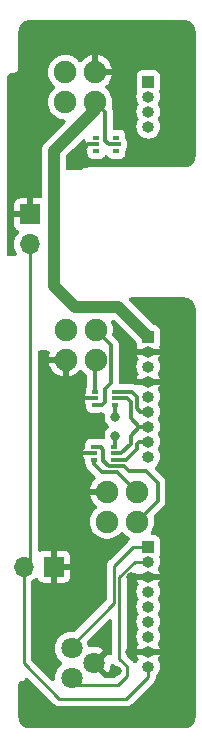
<source format=gtl>
G04 #@! TF.GenerationSoftware,KiCad,Pcbnew,7.0.11-7.0.11~ubuntu23.10.1*
G04 #@! TF.CreationDate,2024-06-17T23:23:06+02:00*
G04 #@! TF.ProjectId,Hardware_NanoPi_v7_ConnectorPlate,48617264-7761-4726-955f-4e616e6f5069,rev?*
G04 #@! TF.SameCoordinates,Original*
G04 #@! TF.FileFunction,Copper,L1,Top*
G04 #@! TF.FilePolarity,Positive*
%FSLAX46Y46*%
G04 Gerber Fmt 4.6, Leading zero omitted, Abs format (unit mm)*
G04 Created by KiCad (PCBNEW 7.0.11-7.0.11~ubuntu23.10.1) date 2024-06-17 23:23:06*
%MOMM*%
%LPD*%
G01*
G04 APERTURE LIST*
G04 #@! TA.AperFunction,SMDPad,CuDef*
%ADD10R,0.500000X0.375000*%
G04 #@! TD*
G04 #@! TA.AperFunction,SMDPad,CuDef*
%ADD11R,0.650000X0.300000*%
G04 #@! TD*
G04 #@! TA.AperFunction,ComponentPad*
%ADD12R,1.000000X1.000000*%
G04 #@! TD*
G04 #@! TA.AperFunction,ComponentPad*
%ADD13O,1.000000X1.000000*%
G04 #@! TD*
G04 #@! TA.AperFunction,ComponentPad*
%ADD14O,1.900000X1.900000*%
G04 #@! TD*
G04 #@! TA.AperFunction,ComponentPad*
%ADD15C,1.800000*%
G04 #@! TD*
G04 #@! TA.AperFunction,ComponentPad*
%ADD16R,1.700000X1.700000*%
G04 #@! TD*
G04 #@! TA.AperFunction,ComponentPad*
%ADD17O,1.700000X1.700000*%
G04 #@! TD*
G04 #@! TA.AperFunction,ViaPad*
%ADD18C,0.800000*%
G04 #@! TD*
G04 #@! TA.AperFunction,Conductor*
%ADD19C,0.250000*%
G04 #@! TD*
G04 #@! TA.AperFunction,Conductor*
%ADD20C,0.300000*%
G04 #@! TD*
G04 #@! TA.AperFunction,Conductor*
%ADD21C,1.000000*%
G04 #@! TD*
G04 #@! TA.AperFunction,Conductor*
%ADD22C,0.600000*%
G04 #@! TD*
G04 #@! TA.AperFunction,Conductor*
%ADD23C,0.800000*%
G04 #@! TD*
G04 APERTURE END LIST*
D10*
G04 #@! TO.P,U2,1,I/O1*
G04 #@! TO.N,Net-(J2-Pin_2)*
X7500000Y26487500D03*
D11*
G04 #@! TO.P,U2,2,GND*
G04 #@! TO.N,GND*
X7425000Y25950000D03*
D10*
G04 #@! TO.P,U2,3,I/O2*
G04 #@! TO.N,Net-(J2-Pin_3)*
X7500000Y25412500D03*
G04 #@! TO.P,U2,4,I/O2*
G04 #@! TO.N,USBHost-DP1*
X9200000Y25412500D03*
D11*
G04 #@! TO.P,U2,5,VBUS*
G04 #@! TO.N,VDD_5V*
X9275000Y25950000D03*
D10*
G04 #@! TO.P,U2,6,I/O1*
G04 #@! TO.N,USBHost-DM1*
X9200000Y26487500D03*
G04 #@! TD*
D12*
G04 #@! TO.P,J10,1,Pin_1*
G04 #@! TO.N,unconnected-(J10-Pin_1-Pad1)*
X12000000Y52760000D03*
D13*
G04 #@! TO.P,J10,2,Pin_2*
G04 #@! TO.N,unconnected-(J10-Pin_2-Pad2)*
X12000000Y51490000D03*
G04 #@! TO.P,J10,3,Pin_3*
G04 #@! TO.N,unconnected-(J10-Pin_3-Pad3)*
X12000000Y50220000D03*
G04 #@! TO.P,J10,4,Pin_4*
G04 #@! TO.N,unconnected-(J10-Pin_4-Pad4)*
X12000000Y48950000D03*
G04 #@! TD*
D10*
G04 #@! TO.P,U1,1,I/O1*
G04 #@! TO.N,Net-(J3-Pin_2)*
X7400000Y21837500D03*
D11*
G04 #@! TO.P,U1,2,GND*
G04 #@! TO.N,GND*
X7325000Y21300000D03*
D10*
G04 #@! TO.P,U1,3,I/O2*
G04 #@! TO.N,Net-(J3-Pin_3)*
X7400000Y20762500D03*
G04 #@! TO.P,U1,4,I/O2*
G04 #@! TO.N,USBHost-DP2*
X9100000Y20762500D03*
D11*
G04 #@! TO.P,U1,5,VBUS*
G04 #@! TO.N,VDD_5V*
X9175000Y21300000D03*
D10*
G04 #@! TO.P,U1,6,I/O1*
G04 #@! TO.N,USBHost-DM2*
X9100000Y21837500D03*
G04 #@! TD*
G04 #@! TO.P,U3,1,I/O1*
G04 #@! TO.N,unconnected-(U3-I{slash}O1-Pad1)*
X7600000Y48000000D03*
D11*
G04 #@! TO.P,U3,2,GND*
G04 #@! TO.N,GND*
X7525000Y47462500D03*
D10*
G04 #@! TO.P,U3,3,I/O2*
G04 #@! TO.N,unconnected-(U3-I{slash}O2-Pad3)*
X7600000Y46925000D03*
G04 #@! TO.P,U3,4,I/O2*
G04 #@! TO.N,unconnected-(U3-I{slash}O2-Pad4)*
X9300000Y46925000D03*
D11*
G04 #@! TO.P,U3,5,VBUS*
G04 #@! TO.N,VBUS*
X9375000Y47462500D03*
D10*
G04 #@! TO.P,U3,6,I/O1*
G04 #@! TO.N,unconnected-(U3-I{slash}O1-Pad6)*
X9300000Y48000000D03*
G04 #@! TD*
D12*
G04 #@! TO.P,J6,1,Pin_1*
G04 #@! TO.N,VBUS*
X12000000Y31170000D03*
D13*
G04 #@! TO.P,J6,2,Pin_2*
G04 #@! TO.N,GND*
X12000000Y29900000D03*
G04 #@! TO.P,J6,3,Pin_3*
G04 #@! TO.N,unconnected-(J6-Pin_3-Pad3)*
X12000000Y28630000D03*
G04 #@! TO.P,J6,4,Pin_4*
G04 #@! TO.N,GND*
X12000000Y27360000D03*
G04 #@! TO.P,J6,5,Pin_5*
G04 #@! TO.N,USBHost-DP1*
X12000000Y26090000D03*
G04 #@! TO.P,J6,6,Pin_6*
G04 #@! TO.N,USBHost-DM1*
X12000000Y24820000D03*
G04 #@! TO.P,J6,7,Pin_7*
G04 #@! TO.N,VDD_5V*
X12000000Y23550000D03*
G04 #@! TO.P,J6,8,Pin_8*
G04 #@! TO.N,USBHost-DP2*
X12000000Y22280000D03*
G04 #@! TO.P,J6,9,Pin_9*
G04 #@! TO.N,USBHost-DM2*
X12000000Y21010000D03*
G04 #@! TD*
D14*
G04 #@! TO.P,J4,1,Pin_1*
G04 #@! TO.N,VBUS*
X7500000Y51030000D03*
G04 #@! TO.P,J4,2,Pin_2*
G04 #@! TO.N,unconnected-(J4-Pin_2-Pad2)*
X4960000Y53570000D03*
G04 #@! TO.P,J4,3,Pin_3*
G04 #@! TO.N,unconnected-(J4-Pin_3-Pad3)*
X4960000Y51030000D03*
G04 #@! TO.P,J4,4,Pin_4*
G04 #@! TO.N,GND*
X7500000Y53570000D03*
G04 #@! TD*
G04 #@! TO.P,J3,1,Pin_1*
G04 #@! TO.N,VDD_5V*
X8500000Y15500000D03*
G04 #@! TO.P,J3,2,Pin_2*
G04 #@! TO.N,Net-(J3-Pin_2)*
X11040000Y15500000D03*
G04 #@! TO.P,J3,3,Pin_3*
G04 #@! TO.N,Net-(J3-Pin_3)*
X11040000Y18040000D03*
G04 #@! TO.P,J3,4,Pin_4*
G04 #@! TO.N,GND*
X8500000Y18040000D03*
G04 #@! TD*
G04 #@! TO.P,J2,1,Pin_1*
G04 #@! TO.N,VDD_5V*
X5000000Y31770000D03*
G04 #@! TO.P,J2,2,Pin_2*
G04 #@! TO.N,Net-(J2-Pin_2)*
X7540000Y29230000D03*
G04 #@! TO.P,J2,3,Pin_3*
G04 #@! TO.N,Net-(J2-Pin_3)*
X7540000Y31770000D03*
G04 #@! TO.P,J2,4,Pin_4*
G04 #@! TO.N,GND*
X5000000Y29230000D03*
G04 #@! TD*
D15*
G04 #@! TO.P,J5,1,Pin_1*
G04 #@! TO.N,R2IN*
X5500000Y2230000D03*
G04 #@! TO.P,J5,2,Pin_2*
G04 #@! TO.N,T2OUT*
X5500000Y4770000D03*
G04 #@! TO.P,J5,3,Pin_3*
G04 #@! TO.N,GND*
X7405000Y3500000D03*
G04 #@! TD*
D16*
G04 #@! TO.P,J12,1,Pin_1*
G04 #@! TO.N,GND*
X2000000Y41520000D03*
D17*
G04 #@! TO.P,J12,2,Pin_2*
G04 #@! TO.N,PWRBTN*
X2000000Y38980000D03*
G04 #@! TD*
D12*
G04 #@! TO.P,J8,1,Pin_1*
G04 #@! TO.N,T2OUT*
X12000000Y13390000D03*
D13*
G04 #@! TO.P,J8,2,Pin_2*
G04 #@! TO.N,R2IN*
X12000000Y12120000D03*
G04 #@! TO.P,J8,3,Pin_3*
G04 #@! TO.N,GND*
X12000000Y10850000D03*
G04 #@! TO.P,J8,4,Pin_4*
G04 #@! TO.N,unconnected-(J8-Pin_4-Pad4)*
X12000000Y9580000D03*
G04 #@! TO.P,J8,5,Pin_5*
G04 #@! TO.N,unconnected-(J8-Pin_5-Pad5)*
X12000000Y8310000D03*
G04 #@! TO.P,J8,6,Pin_6*
G04 #@! TO.N,unconnected-(J8-Pin_6-Pad6)*
X12000000Y7040000D03*
G04 #@! TO.P,J8,7,Pin_7*
G04 #@! TO.N,unconnected-(J8-Pin_7-Pad7)*
X12000000Y5770000D03*
G04 #@! TO.P,J8,8,Pin_8*
G04 #@! TO.N,GND*
X12000000Y4500000D03*
G04 #@! TO.P,J8,9,Pin_9*
G04 #@! TO.N,PWRBTN*
X12000000Y3230000D03*
G04 #@! TD*
D16*
G04 #@! TO.P,J11,1,Pin_1*
G04 #@! TO.N,GND*
X4000000Y11700000D03*
D17*
G04 #@! TO.P,J11,2,Pin_2*
G04 #@! TO.N,PWRBTN*
X1460000Y11700000D03*
G04 #@! TD*
D18*
G04 #@! TO.N,USBHost-DM2*
X9200000Y22775000D03*
G04 #@! TO.N,USBHost-DP1*
X9200000Y24400000D03*
G04 #@! TO.N,GND*
X3750000Y23600000D03*
X10450000Y4500000D03*
X10575001Y10825000D03*
X1600000Y47800000D03*
X6300000Y27450000D03*
X7950000Y5600000D03*
X9350000Y2900000D03*
X6200000Y46750000D03*
X7150000Y12600000D03*
X6050000Y21250000D03*
X5450000Y19400000D03*
X14300000Y56550000D03*
X14800000Y46600000D03*
X10150000Y30350000D03*
X3000000Y56750000D03*
X10200000Y27750000D03*
G04 #@! TD*
D19*
G04 #@! TO.N,T2OUT*
X5500000Y4770000D02*
X5500000Y5000000D01*
X10740000Y13390000D02*
X12000000Y13390000D01*
X9100000Y11750000D02*
X10740000Y13390000D01*
X9100000Y8600000D02*
X9100000Y11750000D01*
X5500000Y5000000D02*
X9100000Y8600000D01*
G04 #@! TO.N,R2IN*
X6080000Y1650000D02*
X5500000Y2230000D01*
X9400000Y1650000D02*
X6080000Y1650000D01*
X10200000Y3250000D02*
X10200000Y2450000D01*
X10200000Y2450000D02*
X9400000Y1650000D01*
X9550000Y3900000D02*
X10200000Y3250000D01*
X10844695Y12120000D02*
X9550000Y10825305D01*
X9550000Y10825305D02*
X9550000Y3900000D01*
X12000000Y12120000D02*
X10844695Y12120000D01*
D20*
G04 #@! TO.N,USBHost-DM2*
X9200000Y22775000D02*
X9200000Y21937500D01*
X9200000Y21937500D02*
X9100000Y21837500D01*
G04 #@! TO.N,USBHost-DP2*
X10112500Y20762500D02*
X11050000Y21700000D01*
X11050000Y22100000D02*
X11230000Y22280000D01*
X11230000Y22280000D02*
X12000000Y22280000D01*
X9100000Y20762500D02*
X10112500Y20762500D01*
X11050000Y21700000D02*
X11050000Y22100000D01*
G04 #@! TO.N,VDD_5V*
X10500000Y24300000D02*
X11250000Y23550000D01*
X9175000Y21300000D02*
X9700000Y21300000D01*
X9700000Y21300000D02*
X10500000Y22100000D01*
X10500000Y22800000D02*
X11250000Y23550000D01*
X10500000Y25650000D02*
X10500000Y24300000D01*
X10200000Y25950000D02*
X10500000Y25650000D01*
X11250000Y23550000D02*
X12000000Y23550000D01*
X10500000Y22100000D02*
X10500000Y22800000D01*
X9275000Y25950000D02*
X10200000Y25950000D01*
G04 #@! TO.N,USBHost-DM1*
X11050000Y25100000D02*
X11330000Y24820000D01*
X10612500Y26487500D02*
X11050000Y26050000D01*
X11050000Y26050000D02*
X11050000Y25100000D01*
X11330000Y24820000D02*
X12000000Y24820000D01*
X9200000Y26487500D02*
X10612500Y26487500D01*
G04 #@! TO.N,USBHost-DP1*
X9200000Y24400000D02*
X9200000Y25412500D01*
G04 #@! TO.N,GND*
X5000000Y27600000D02*
X5000000Y29230000D01*
X6100000Y21300000D02*
X6050000Y21250000D01*
X7525000Y47462500D02*
X6912500Y47462500D01*
X7425000Y25950000D02*
X6650000Y25950000D01*
X6650000Y25950000D02*
X5000000Y27600000D01*
X7325000Y21300000D02*
X6100000Y21300000D01*
X6912500Y47462500D02*
X6200000Y46750000D01*
D21*
G04 #@! TO.N,VBUS*
X9470000Y33700000D02*
X5800000Y33700000D01*
X7500000Y50400000D02*
X7500000Y51030000D01*
X4000000Y46900000D02*
X5350000Y48250000D01*
D20*
X8637500Y47462500D02*
X8350000Y47750000D01*
X8350000Y50180000D02*
X7500000Y51030000D01*
D21*
X12000000Y31170000D02*
X9470000Y33700000D01*
X5350000Y48250000D02*
X7500000Y50400000D01*
D20*
X8350000Y47750000D02*
X8350000Y50180000D01*
D21*
X4000000Y35500000D02*
X4000000Y46900000D01*
D20*
X9375000Y47462500D02*
X8637500Y47462500D01*
D21*
X5800000Y33700000D02*
X4000000Y35500000D01*
D19*
G04 #@! TO.N,PWRBTN*
X4475000Y500000D02*
X1460000Y3515000D01*
X1460000Y3515000D02*
X1460000Y11700000D01*
X2500000Y38480000D02*
X2000000Y38980000D01*
X2000000Y12240000D02*
X1460000Y11700000D01*
X12000000Y3230000D02*
X12000000Y2350000D01*
X12000000Y2350000D02*
X10150000Y500000D01*
X2000000Y38980000D02*
X2000000Y12240000D01*
X10150000Y500000D02*
X4475000Y500000D01*
D20*
G04 #@! TO.N,Net-(J2-Pin_2)*
X7500000Y29190000D02*
X7540000Y29230000D01*
X7500000Y26487500D02*
X7500000Y29190000D01*
D22*
X7540000Y28690000D02*
X7540000Y29230000D01*
D20*
G04 #@! TO.N,Net-(J2-Pin_3)*
X8112500Y25412500D02*
X7500000Y25412500D01*
X8300000Y26700000D02*
X8300000Y25600000D01*
X8840000Y30470000D02*
X8840000Y27240000D01*
X7540000Y31770000D02*
X8840000Y30470000D01*
X8300000Y25600000D02*
X8112500Y25412500D01*
X8840000Y27240000D02*
X8300000Y26700000D01*
G04 #@! TO.N,Net-(J3-Pin_2)*
X7400000Y21837500D02*
X7962500Y21837500D01*
X8200000Y21600000D02*
X8200000Y20650000D01*
X12800000Y17260000D02*
X11040000Y15500000D01*
D23*
X11040000Y15540000D02*
X11040000Y15500000D01*
D20*
X10350000Y19800000D02*
X11800000Y19800000D01*
X11800000Y19800000D02*
X12800000Y18800000D01*
X12800000Y18800000D02*
X12800000Y17260000D01*
X8200000Y20650000D02*
X8650000Y20200000D01*
X7962500Y21837500D02*
X8200000Y21600000D01*
X8650000Y20200000D02*
X9950000Y20200000D01*
X9950000Y20200000D02*
X10350000Y19800000D01*
G04 #@! TO.N,Net-(J3-Pin_3)*
X7400000Y20762500D02*
X7400000Y20350000D01*
X9380000Y19700000D02*
X11040000Y18040000D01*
X8050000Y19700000D02*
X9380000Y19700000D01*
X7400000Y20350000D02*
X8050000Y19700000D01*
G04 #@! TD*
G04 #@! TA.AperFunction,Conductor*
G04 #@! TO.N,GND*
G36*
X15008647Y34498743D02*
G01*
X15026944Y34497143D01*
X15044449Y34495612D01*
X15046360Y34495434D01*
X15165655Y34483685D01*
X15197623Y34477868D01*
X15255269Y34462422D01*
X15261410Y34460668D01*
X15346464Y34434867D01*
X15372796Y34424792D01*
X15412293Y34406374D01*
X15431991Y34397189D01*
X15441678Y34392347D01*
X15506615Y34357637D01*
X15515073Y34353116D01*
X15535405Y34340626D01*
X15590552Y34302012D01*
X15602648Y34292834D01*
X15665607Y34241165D01*
X15680077Y34228050D01*
X15728048Y34180079D01*
X15741163Y34165609D01*
X15792832Y34102650D01*
X15802015Y34090547D01*
X15840624Y34035407D01*
X15853114Y34015075D01*
X15892334Y33941701D01*
X15897187Y33931993D01*
X15924790Y33872798D01*
X15934866Y33846463D01*
X15960659Y33761434D01*
X15962448Y33755172D01*
X15977862Y33697645D01*
X15983684Y33665647D01*
X15995422Y33546471D01*
X15995622Y33544314D01*
X15998742Y33508663D01*
X15999500Y33491314D01*
X15999500Y-991312D01*
X15998742Y-1008663D01*
X15995621Y-1044322D01*
X15995421Y-1046476D01*
X15983684Y-1165644D01*
X15977862Y-1197643D01*
X15962448Y-1255170D01*
X15960659Y-1261432D01*
X15934866Y-1346461D01*
X15924790Y-1372796D01*
X15897187Y-1431991D01*
X15892334Y-1441699D01*
X15853114Y-1515073D01*
X15840624Y-1535405D01*
X15802015Y-1590545D01*
X15792832Y-1602648D01*
X15741163Y-1665607D01*
X15728048Y-1680077D01*
X15680077Y-1728048D01*
X15665607Y-1741163D01*
X15602648Y-1792832D01*
X15590545Y-1802015D01*
X15535405Y-1840624D01*
X15515073Y-1853114D01*
X15441699Y-1892334D01*
X15431991Y-1897187D01*
X15372796Y-1924790D01*
X15346461Y-1934866D01*
X15261432Y-1960659D01*
X15255170Y-1962448D01*
X15197643Y-1977862D01*
X15165644Y-1983684D01*
X15046476Y-1995421D01*
X15044322Y-1995621D01*
X15008664Y-1998742D01*
X14991313Y-1999500D01*
X2008686Y-1999500D01*
X1991337Y-1998742D01*
X1955686Y-1995622D01*
X1953529Y-1995422D01*
X1834353Y-1983684D01*
X1802357Y-1977862D01*
X1744811Y-1962443D01*
X1738566Y-1960659D01*
X1653537Y-1934866D01*
X1627202Y-1924790D01*
X1568007Y-1897187D01*
X1558299Y-1892334D01*
X1484925Y-1853114D01*
X1464593Y-1840624D01*
X1409453Y-1802015D01*
X1397350Y-1792832D01*
X1334391Y-1741163D01*
X1319921Y-1728048D01*
X1271950Y-1680077D01*
X1258835Y-1665607D01*
X1207166Y-1602648D01*
X1197983Y-1590545D01*
X1159374Y-1535405D01*
X1146884Y-1515073D01*
X1142363Y-1506615D01*
X1107653Y-1441678D01*
X1102811Y-1431991D01*
X1075208Y-1372796D01*
X1065132Y-1346461D01*
X1039339Y-1261432D01*
X1037578Y-1255269D01*
X1022132Y-1197623D01*
X1016315Y-1165655D01*
X1004566Y-1046360D01*
X1004381Y-1044364D01*
X1004377Y-1044322D01*
X1001257Y-1008647D01*
X1000500Y-991308D01*
X1000500Y1801000D01*
X1020207Y1887343D01*
X1075426Y1956584D01*
X1155218Y1995011D01*
X1199500Y2000000D01*
X1500000Y2000000D01*
X1498489Y2108751D01*
X1516995Y2195356D01*
X1571246Y2265358D01*
X1650498Y2304889D01*
X1739052Y2306119D01*
X1819371Y2268805D01*
X1838182Y2252228D01*
X2917514Y1172895D01*
X3968341Y122068D01*
X3980371Y107058D01*
X3981233Y107770D01*
X3989213Y98124D01*
X4037369Y52902D01*
X4041857Y48552D01*
X4060529Y29880D01*
X4060910Y29585D01*
X4075158Y17415D01*
X4104416Y-10060D01*
X4104419Y-10063D01*
X4116795Y-16866D01*
X4142901Y-34014D01*
X4154064Y-42673D01*
X4190906Y-58616D01*
X4207726Y-66856D01*
X4242908Y-86197D01*
X4256584Y-89708D01*
X4286129Y-99823D01*
X4299104Y-105438D01*
X4338752Y-111717D01*
X4357107Y-115519D01*
X4395978Y-125500D01*
X4395981Y-125500D01*
X4410111Y-125500D01*
X4441241Y-127949D01*
X4455196Y-130160D01*
X4491856Y-126694D01*
X4495153Y-126383D01*
X4513880Y-125500D01*
X10058977Y-125500D01*
X10078100Y-127609D01*
X10078206Y-126495D01*
X10090663Y-127672D01*
X10090667Y-127673D01*
X10156696Y-125598D01*
X10162946Y-125500D01*
X10189350Y-125500D01*
X10189531Y-125477D01*
X10189812Y-125442D01*
X10208514Y-123969D01*
X10248627Y-122709D01*
X10262183Y-118769D01*
X10292775Y-112434D01*
X10306792Y-110664D01*
X10344116Y-95885D01*
X10361852Y-89814D01*
X10374302Y-86197D01*
X10400390Y-78618D01*
X10412551Y-71426D01*
X10440596Y-57687D01*
X10442668Y-56866D01*
X10453732Y-52486D01*
X10486208Y-28889D01*
X10501855Y-18610D01*
X10536420Y1830D01*
X10546410Y11822D01*
X10570160Y32104D01*
X10581583Y40403D01*
X10581583Y40404D01*
X10581587Y40406D01*
X10607172Y71335D01*
X10619781Y85193D01*
X12377932Y1843343D01*
X12392952Y1855357D01*
X12392228Y1856232D01*
X12401872Y1864212D01*
X12401877Y1864214D01*
X12447102Y1912376D01*
X12451424Y1916834D01*
X12470109Y1935518D01*
X12470109Y1935519D01*
X12470120Y1935529D01*
X12470406Y1935899D01*
X12482570Y1950144D01*
X12510062Y1979418D01*
X12516868Y1991800D01*
X12534012Y2017900D01*
X12542673Y2029064D01*
X12558612Y2065901D01*
X12566857Y2082731D01*
X12586197Y2117908D01*
X12589712Y2131600D01*
X12599824Y2161134D01*
X12605437Y2174104D01*
X12611716Y2213755D01*
X12615515Y2232097D01*
X12625500Y2270981D01*
X12625500Y2285114D01*
X12627950Y2316243D01*
X12629023Y2323019D01*
X12630160Y2330196D01*
X12629361Y2338643D01*
X12640854Y2426454D01*
X12689310Y2500585D01*
X12701218Y2511186D01*
X12710883Y2519117D01*
X12835910Y2671462D01*
X12928814Y2845273D01*
X12986024Y3033868D01*
X13005341Y3230000D01*
X12986024Y3426132D01*
X12928814Y3614727D01*
X12928813Y3614728D01*
X12928813Y3614730D01*
X12844899Y3771722D01*
X12821577Y3857160D01*
X12837635Y3944255D01*
X12844899Y3959338D01*
X12928349Y4115463D01*
X12969161Y4250000D01*
X12214483Y4250000D01*
X12285801Y4334993D01*
X12325000Y4442694D01*
X12325000Y4557306D01*
X12285801Y4665007D01*
X12214483Y4750000D01*
X12969161Y4750000D01*
X12928349Y4884538D01*
X12844898Y5040664D01*
X12821576Y5126102D01*
X12837634Y5213197D01*
X12844885Y5228254D01*
X12928814Y5385273D01*
X12986024Y5573868D01*
X13005341Y5770000D01*
X12986024Y5966132D01*
X12928814Y6154727D01*
X12928813Y6154728D01*
X12928813Y6154730D01*
X12845182Y6311192D01*
X12821860Y6396629D01*
X12837918Y6483725D01*
X12845182Y6498808D01*
X12928813Y6655271D01*
X12986023Y6843866D01*
X12986024Y6843868D01*
X13005341Y7040000D01*
X12986024Y7236132D01*
X12928814Y7424727D01*
X12928813Y7424728D01*
X12928813Y7424730D01*
X12845182Y7581192D01*
X12821860Y7666629D01*
X12837918Y7753725D01*
X12845182Y7768808D01*
X12928813Y7925271D01*
X12986023Y8113866D01*
X12986024Y8113868D01*
X13005341Y8310000D01*
X12986024Y8506132D01*
X12928814Y8694727D01*
X12928813Y8694728D01*
X12928813Y8694730D01*
X12845182Y8851192D01*
X12821860Y8936629D01*
X12837918Y9023725D01*
X12845182Y9038808D01*
X12928813Y9195271D01*
X12986023Y9383866D01*
X12986024Y9383868D01*
X13005341Y9580000D01*
X12986024Y9776132D01*
X12928814Y9964727D01*
X12928813Y9964728D01*
X12928813Y9964730D01*
X12844899Y10121722D01*
X12821577Y10207160D01*
X12837635Y10294255D01*
X12844899Y10309338D01*
X12928349Y10465463D01*
X12969161Y10600000D01*
X12214483Y10600000D01*
X12285801Y10684993D01*
X12325000Y10792694D01*
X12325000Y10907306D01*
X12285801Y11015007D01*
X12214483Y11100000D01*
X12969161Y11100000D01*
X12928349Y11234538D01*
X12844898Y11390664D01*
X12821576Y11476102D01*
X12837634Y11563197D01*
X12844885Y11578254D01*
X12928814Y11735273D01*
X12986024Y11923868D01*
X13005341Y12120000D01*
X12986024Y12316132D01*
X12930518Y12499108D01*
X12924313Y12587450D01*
X12940062Y12633870D01*
X12938822Y12634332D01*
X12953872Y12674686D01*
X12994091Y12782517D01*
X13000500Y12842127D01*
X13000499Y13937872D01*
X13000499Y13937877D01*
X12994091Y13997482D01*
X12992905Y14000664D01*
X12943796Y14132331D01*
X12870741Y14229920D01*
X12857546Y14247547D01*
X12742335Y14333793D01*
X12742331Y14333796D01*
X12607483Y14384091D01*
X12547873Y14390500D01*
X12547868Y14390500D01*
X12415478Y14390500D01*
X12329135Y14410207D01*
X12259894Y14465426D01*
X12221467Y14545218D01*
X12221467Y14633782D01*
X12248882Y14698343D01*
X12320046Y14807268D01*
X12320049Y14807272D01*
X12416610Y15027409D01*
X12475620Y15260437D01*
X12495471Y15500000D01*
X12475620Y15739563D01*
X12447583Y15850277D01*
X12445493Y15938810D01*
X12482023Y16019488D01*
X12499774Y16039830D01*
X13193657Y16733713D01*
X13208982Y16745979D01*
X13208290Y16746815D01*
X13217934Y16754795D01*
X13217940Y16754798D01*
X13265083Y16805002D01*
X13269372Y16809428D01*
X13288911Y16828965D01*
X13289441Y16829649D01*
X13301621Y16843910D01*
X13330448Y16874607D01*
X13337829Y16888035D01*
X13354965Y16914122D01*
X13364363Y16926236D01*
X13381090Y16964893D01*
X13389342Y16981736D01*
X13409627Y17018632D01*
X13413435Y17033469D01*
X13423552Y17063018D01*
X13429636Y17077074D01*
X13436226Y17118686D01*
X13440022Y17137018D01*
X13450500Y17177823D01*
X13450500Y17193140D01*
X13452950Y17224273D01*
X13455347Y17239405D01*
X13451383Y17281339D01*
X13450500Y17300066D01*
X13450500Y18706217D01*
X13452656Y18725732D01*
X13451581Y18725833D01*
X13452757Y18738286D01*
X13452760Y18738296D01*
X13450597Y18807100D01*
X13450500Y18813349D01*
X13450500Y18840925D01*
X13450392Y18841780D01*
X13448920Y18860481D01*
X13447598Y18902569D01*
X13443323Y18917282D01*
X13436990Y18947861D01*
X13435071Y18963058D01*
X13419567Y19002215D01*
X13413498Y19019944D01*
X13401746Y19060396D01*
X13400615Y19062308D01*
X13393942Y19073592D01*
X13380204Y19101635D01*
X13378621Y19105634D01*
X13374568Y19115871D01*
X13349814Y19149941D01*
X13339519Y19165614D01*
X13337190Y19169552D01*
X13318081Y19201865D01*
X13307243Y19212703D01*
X13286969Y19236441D01*
X13277963Y19248837D01*
X13245502Y19275692D01*
X13231645Y19288301D01*
X12596977Y19922969D01*
X12549858Y19997957D01*
X12539942Y20085964D01*
X12569193Y20169557D01*
X12611442Y20217508D01*
X12710883Y20299117D01*
X12710884Y20299119D01*
X12710886Y20299120D01*
X12767916Y20368613D01*
X12835910Y20451462D01*
X12928814Y20625273D01*
X12986024Y20813868D01*
X13005341Y21010000D01*
X12986024Y21206132D01*
X12928814Y21394727D01*
X12928813Y21394728D01*
X12928813Y21394730D01*
X12845182Y21551192D01*
X12821860Y21636629D01*
X12837918Y21723725D01*
X12845182Y21738808D01*
X12928813Y21895271D01*
X12982689Y22072873D01*
X12986024Y22083868D01*
X13005341Y22280000D01*
X12986024Y22476132D01*
X12928814Y22664727D01*
X12928813Y22664728D01*
X12928813Y22664730D01*
X12845182Y22821192D01*
X12821860Y22906629D01*
X12837918Y22993725D01*
X12845182Y23008808D01*
X12928813Y23165271D01*
X12948763Y23231035D01*
X12986024Y23353868D01*
X13005341Y23550000D01*
X12986024Y23746132D01*
X12928814Y23934727D01*
X12928813Y23934728D01*
X12928813Y23934730D01*
X12845182Y24091192D01*
X12821860Y24176629D01*
X12837918Y24263725D01*
X12845182Y24278808D01*
X12928813Y24435271D01*
X12986023Y24623866D01*
X12986024Y24623868D01*
X13005341Y24820000D01*
X12986024Y25016132D01*
X12928814Y25204727D01*
X12928813Y25204728D01*
X12928813Y25204730D01*
X12845182Y25361192D01*
X12821860Y25446629D01*
X12837918Y25533725D01*
X12845182Y25548808D01*
X12928813Y25705271D01*
X12943043Y25752178D01*
X12986024Y25893868D01*
X13005341Y26090000D01*
X12986024Y26286132D01*
X12928814Y26474727D01*
X12928813Y26474728D01*
X12928813Y26474730D01*
X12844899Y26631722D01*
X12821577Y26717160D01*
X12837635Y26804255D01*
X12844899Y26819338D01*
X12928349Y26975463D01*
X12969161Y27110000D01*
X12214483Y27110000D01*
X12285801Y27194993D01*
X12325000Y27302694D01*
X12325000Y27417306D01*
X12285801Y27525007D01*
X12214483Y27610000D01*
X12969161Y27610000D01*
X12928349Y27744538D01*
X12844898Y27900664D01*
X12821576Y27986102D01*
X12837634Y28073197D01*
X12844885Y28088254D01*
X12928814Y28245273D01*
X12986024Y28433868D01*
X13005341Y28630000D01*
X12986024Y28826132D01*
X12928814Y29014727D01*
X12928813Y29014728D01*
X12928813Y29014730D01*
X12844899Y29171722D01*
X12821577Y29257160D01*
X12837635Y29344255D01*
X12844899Y29359338D01*
X12928349Y29515463D01*
X12969161Y29650000D01*
X12214483Y29650000D01*
X12285801Y29734993D01*
X12325000Y29842694D01*
X12325000Y29957306D01*
X12285801Y30065007D01*
X12214483Y30150000D01*
X12969160Y30150000D01*
X12930183Y30278488D01*
X12923977Y30366833D01*
X12939949Y30413912D01*
X12938822Y30414332D01*
X12969779Y30497333D01*
X12994091Y30562517D01*
X13000500Y30622127D01*
X13000499Y31154791D01*
X13000563Y31159832D01*
X13002756Y31246367D01*
X13001990Y31256428D01*
X13002295Y31256452D01*
X13000499Y31276651D01*
X13000499Y31717877D01*
X12994091Y31777482D01*
X12943796Y31912330D01*
X12943796Y31912331D01*
X12921750Y31941781D01*
X12857546Y32027547D01*
X12742335Y32113793D01*
X12742331Y32113796D01*
X12607483Y32164091D01*
X12547873Y32170500D01*
X12547868Y32170500D01*
X12496848Y32170500D01*
X12410505Y32190207D01*
X12356134Y32228786D01*
X10425135Y34159786D01*
X10378016Y34234775D01*
X10368100Y34322781D01*
X10397351Y34406374D01*
X10459975Y34468998D01*
X10543568Y34498249D01*
X10565849Y34499500D01*
X14991308Y34499500D01*
X15008647Y34498743D01*
G37*
G04 #@! TD.AperFunction*
G04 #@! TA.AperFunction,Conductor*
G36*
X3536143Y29980293D02*
G01*
X3605384Y29925074D01*
X3643811Y29845282D01*
X3643811Y29756718D01*
X3632039Y29721063D01*
X3623866Y29702432D01*
X3567539Y29480001D01*
X3567539Y29480000D01*
X4684314Y29480000D01*
X4672359Y29468045D01*
X4614835Y29355148D01*
X4595014Y29230000D01*
X4614835Y29104852D01*
X4672359Y28991955D01*
X4684314Y28980000D01*
X3567539Y28980000D01*
X3623866Y28757569D01*
X3720390Y28537515D01*
X3720391Y28537513D01*
X3851826Y28336338D01*
X4014575Y28159546D01*
X4014576Y28159545D01*
X4204206Y28011950D01*
X4204209Y28011948D01*
X4415541Y27897580D01*
X4642827Y27819554D01*
X4749999Y27801670D01*
X4750000Y27801670D01*
X4750000Y28914314D01*
X4761955Y28902359D01*
X4874852Y28844835D01*
X4968519Y28830000D01*
X5031481Y28830000D01*
X5125148Y28844835D01*
X5238045Y28902359D01*
X5250000Y28914314D01*
X5250000Y27801670D01*
X5357172Y27819554D01*
X5584458Y27897580D01*
X5795790Y28011948D01*
X5795793Y28011950D01*
X5985420Y28159543D01*
X6123249Y28309265D01*
X6196227Y28359442D01*
X6283748Y28372987D01*
X6368479Y28347216D01*
X6416068Y28309265D01*
X6554235Y28159176D01*
X6554242Y28159169D01*
X6716833Y28032621D01*
X6743393Y28011948D01*
X6743932Y28011529D01*
X6743935Y28011527D01*
X6745210Y28010837D01*
X6745847Y28010278D01*
X6750827Y28007024D01*
X6750362Y28006314D01*
X6811768Y27952412D01*
X6846385Y27870895D01*
X6849500Y27835820D01*
X6849500Y27041402D01*
X6829793Y26955059D01*
X6809808Y26922147D01*
X6806209Y26917340D01*
X6806204Y26917331D01*
X6755909Y26782483D01*
X6749500Y26722873D01*
X6749500Y26722869D01*
X6749500Y26722868D01*
X6749500Y26532359D01*
X6729793Y26446016D01*
X6709807Y26413102D01*
X6656647Y26342091D01*
X6656646Y26342088D01*
X6606403Y26207382D01*
X6606401Y26207373D01*
X6600000Y26147823D01*
X6600000Y25752178D01*
X6606401Y25692628D01*
X6606403Y25692619D01*
X6656646Y25557913D01*
X6656647Y25557910D01*
X6709807Y25486898D01*
X6745774Y25405968D01*
X6749500Y25367642D01*
X6749500Y25177124D01*
X6755908Y25117519D01*
X6806203Y24982671D01*
X6806207Y24982665D01*
X6892453Y24867454D01*
X6947124Y24826528D01*
X7007669Y24781204D01*
X7142517Y24730909D01*
X7202127Y24724500D01*
X7797872Y24724501D01*
X7857483Y24730909D01*
X7907202Y24749453D01*
X7976745Y24762000D01*
X8018715Y24762000D01*
X8038227Y24759846D01*
X8038329Y24760918D01*
X8050790Y24759741D01*
X8050791Y24759742D01*
X8050796Y24759740D01*
X8105278Y24761453D01*
X8192195Y24744468D01*
X8263137Y24691453D01*
X8304052Y24612907D01*
X8309438Y24541751D01*
X8294540Y24400001D01*
X8294540Y24400000D01*
X8314325Y24211745D01*
X8372822Y24031713D01*
X8467463Y23867789D01*
X8467466Y23867785D01*
X8599941Y23720657D01*
X8643070Y23643305D01*
X8648367Y23554900D01*
X8614781Y23472952D01*
X8599941Y23454343D01*
X8467466Y23307216D01*
X8467463Y23307212D01*
X8372822Y23143288D01*
X8314325Y22963256D01*
X8294540Y22775001D01*
X8294540Y22775000D01*
X8302542Y22698861D01*
X8291967Y22610931D01*
X8244289Y22536297D01*
X8168950Y22489741D01*
X8080871Y22480485D01*
X8055142Y22485313D01*
X8044677Y22488000D01*
X8029359Y22488000D01*
X7998230Y22490450D01*
X7983095Y22492847D01*
X7941161Y22488883D01*
X7922434Y22488000D01*
X7876744Y22488000D01*
X7807202Y22500547D01*
X7757483Y22519091D01*
X7697873Y22525500D01*
X7697867Y22525500D01*
X7102123Y22525500D01*
X7042518Y22519092D01*
X6907670Y22468797D01*
X6907664Y22468793D01*
X6792453Y22382547D01*
X6706207Y22267336D01*
X6706204Y22267331D01*
X6655909Y22132483D01*
X6649500Y22072873D01*
X6649500Y22072869D01*
X6649500Y22072868D01*
X6649500Y21882359D01*
X6629793Y21796016D01*
X6609807Y21763102D01*
X6556647Y21692091D01*
X6556646Y21692088D01*
X6506403Y21557382D01*
X6506401Y21557373D01*
X6500000Y21497823D01*
X6500000Y21102178D01*
X6506401Y21042628D01*
X6506403Y21042619D01*
X6556646Y20907913D01*
X6556647Y20907910D01*
X6609807Y20836898D01*
X6645774Y20755968D01*
X6649500Y20717642D01*
X6649500Y20527124D01*
X6655908Y20467519D01*
X6706203Y20332671D01*
X6706203Y20332670D01*
X6706204Y20332669D01*
X6719540Y20314854D01*
X6751334Y20251110D01*
X6756677Y20232717D01*
X6763007Y20202152D01*
X6764928Y20186943D01*
X6780434Y20147779D01*
X6786505Y20130048D01*
X6798256Y20089602D01*
X6806058Y20076410D01*
X6819792Y20048373D01*
X6825429Y20034135D01*
X6825433Y20034128D01*
X6850189Y20000053D01*
X6860476Y19984392D01*
X6881919Y19948135D01*
X6892746Y19937308D01*
X6913028Y19913563D01*
X6922037Y19901163D01*
X6922038Y19901162D01*
X6954488Y19874318D01*
X6968356Y19861699D01*
X7477833Y19352222D01*
X7524952Y19277234D01*
X7534868Y19189227D01*
X7505617Y19105634D01*
X7483529Y19076730D01*
X7351826Y18933663D01*
X7220391Y18732488D01*
X7220390Y18732486D01*
X7123866Y18512432D01*
X7067539Y18290001D01*
X7067539Y18290000D01*
X8184314Y18290000D01*
X8172359Y18278045D01*
X8114835Y18165148D01*
X8095014Y18040000D01*
X8114835Y17914852D01*
X8172359Y17801955D01*
X8184314Y17790000D01*
X7067539Y17790000D01*
X7123866Y17567569D01*
X7220390Y17347515D01*
X7220391Y17347513D01*
X7351826Y17146338D01*
X7514575Y16969546D01*
X7514576Y16969545D01*
X7568779Y16927357D01*
X7624812Y16858772D01*
X7645537Y16772668D01*
X7626851Y16686099D01*
X7572454Y16616210D01*
X7568780Y16613280D01*
X7514245Y16570834D01*
X7514236Y16570826D01*
X7351433Y16393974D01*
X7351431Y16393972D01*
X7351429Y16393969D01*
X7327527Y16357384D01*
X7219949Y16192727D01*
X7219948Y16192724D01*
X7123391Y15972594D01*
X7064379Y15739561D01*
X7064378Y15739551D01*
X7044529Y15500005D01*
X7044529Y15499996D01*
X7064378Y15260450D01*
X7064379Y15260440D01*
X7123391Y15027407D01*
X7219948Y14807277D01*
X7219949Y14807274D01*
X7263777Y14740192D01*
X7351429Y14606031D01*
X7407411Y14545218D01*
X7514236Y14429175D01*
X7514242Y14429169D01*
X7703932Y14281529D01*
X7703935Y14281527D01*
X7915339Y14167120D01*
X7915342Y14167119D01*
X7915344Y14167118D01*
X8142703Y14089066D01*
X8379808Y14049500D01*
X8379810Y14049500D01*
X8620190Y14049500D01*
X8620192Y14049500D01*
X8857297Y14089066D01*
X9084656Y14167118D01*
X9092741Y14171493D01*
X9128831Y14191025D01*
X9296067Y14281528D01*
X9427840Y14384091D01*
X9485757Y14429169D01*
X9485759Y14429172D01*
X9485764Y14429175D01*
X9623592Y14578898D01*
X9696568Y14629073D01*
X9784089Y14642618D01*
X9868820Y14616847D01*
X9916406Y14578898D01*
X10020865Y14465426D01*
X10054236Y14429175D01*
X10054242Y14429169D01*
X10216833Y14302621D01*
X10243933Y14281528D01*
X10291498Y14255787D01*
X10339295Y14229920D01*
X10405852Y14171493D01*
X10440467Y14089974D01*
X10436284Y14001510D01*
X10394132Y13923621D01*
X10362358Y13897275D01*
X10363470Y13895842D01*
X10353572Y13888165D01*
X10343574Y13878168D01*
X10319851Y13857906D01*
X10308415Y13849597D01*
X10308410Y13849592D01*
X10282827Y13818668D01*
X10270212Y13804805D01*
X8722059Y12256652D01*
X8707053Y12244615D01*
X8707761Y12243759D01*
X8698120Y12235785D01*
X8652913Y12187645D01*
X8648571Y12183165D01*
X8629885Y12164478D01*
X8629874Y12164465D01*
X8629552Y12164050D01*
X8617421Y12149851D01*
X8589938Y12120584D01*
X8589934Y12120577D01*
X8583126Y12108194D01*
X8565993Y12082110D01*
X8557326Y12070936D01*
X8557325Y12070935D01*
X8541381Y12034092D01*
X8533140Y12017269D01*
X8513803Y11982093D01*
X8513802Y11982092D01*
X8510289Y11968407D01*
X8500175Y11938869D01*
X8494563Y11925901D01*
X8494562Y11925897D01*
X8494562Y11925896D01*
X8492020Y11909844D01*
X8488283Y11886253D01*
X8484482Y11867902D01*
X8474500Y11829023D01*
X8474500Y11814889D01*
X8472050Y11783757D01*
X8469840Y11769805D01*
X8473617Y11729850D01*
X8474500Y11711122D01*
X8474500Y8941519D01*
X8454793Y8855176D01*
X8416214Y8800805D01*
X5834050Y6218642D01*
X5759061Y6171523D01*
X5671055Y6161607D01*
X5660585Y6163070D01*
X5616062Y6170499D01*
X5616050Y6170500D01*
X5616049Y6170500D01*
X5383951Y6170500D01*
X5383947Y6170500D01*
X5200805Y6139939D01*
X5155019Y6132298D01*
X5083908Y6107886D01*
X4935492Y6056935D01*
X4731370Y5946469D01*
X4548217Y5803915D01*
X4548216Y5803914D01*
X4391023Y5633156D01*
X4264075Y5438848D01*
X4264073Y5438846D01*
X4170843Y5226303D01*
X4113864Y5001298D01*
X4094700Y4770004D01*
X4094700Y4769997D01*
X4113864Y4538703D01*
X4170843Y4313698D01*
X4264073Y4101155D01*
X4264075Y4101153D01*
X4264076Y4101151D01*
X4391021Y3906847D01*
X4442551Y3850870D01*
X4546413Y3738045D01*
X4548216Y3736087D01*
X4577682Y3713153D01*
X4649777Y3657039D01*
X4705809Y3588454D01*
X4726534Y3502350D01*
X4707848Y3415780D01*
X4653451Y3345891D01*
X4649777Y3342961D01*
X4548214Y3263912D01*
X4391023Y3093156D01*
X4264075Y2898848D01*
X4264073Y2898846D01*
X4170843Y2686303D01*
X4113864Y2461298D01*
X4094562Y2228343D01*
X4067793Y2143923D01*
X4007045Y2079477D01*
X3924352Y2047771D01*
X3836091Y2055085D01*
X3759744Y2099969D01*
X3755528Y2104062D01*
X3157222Y2702368D01*
X2143786Y3715805D01*
X2096667Y3790794D01*
X2085500Y3856519D01*
X2085500Y10385731D01*
X2105207Y10472074D01*
X2160426Y10541315D01*
X2170339Y10548729D01*
X2331401Y10661505D01*
X2371194Y10701299D01*
X2446180Y10748416D01*
X2534187Y10758333D01*
X2617781Y10729083D01*
X2680405Y10666460D01*
X2698361Y10630126D01*
X2706646Y10607913D01*
X2706647Y10607910D01*
X2792810Y10492811D01*
X2907909Y10406648D01*
X2907912Y10406647D01*
X3042618Y10356404D01*
X3042627Y10356402D01*
X3102177Y10350000D01*
X3750000Y10350000D01*
X3750000Y11264499D01*
X3857685Y11215320D01*
X3964237Y11200000D01*
X4035763Y11200000D01*
X4142315Y11215320D01*
X4250000Y11264499D01*
X4250000Y10350000D01*
X4897823Y10350000D01*
X4957372Y10356402D01*
X4957381Y10356404D01*
X5092087Y10406647D01*
X5092090Y10406648D01*
X5207189Y10492811D01*
X5293352Y10607910D01*
X5293353Y10607913D01*
X5343596Y10742619D01*
X5343598Y10742628D01*
X5350000Y10802178D01*
X5350000Y11450000D01*
X4433686Y11450000D01*
X4459493Y11490156D01*
X4500000Y11628111D01*
X4500000Y11771889D01*
X4459493Y11909844D01*
X4433686Y11950000D01*
X5350000Y11950000D01*
X5350000Y12597823D01*
X5343598Y12657373D01*
X5343596Y12657382D01*
X5293353Y12792088D01*
X5293352Y12792091D01*
X5207189Y12907190D01*
X5092090Y12993353D01*
X5092087Y12993354D01*
X4957381Y13043597D01*
X4957372Y13043599D01*
X4897823Y13050000D01*
X4250000Y13050000D01*
X4250000Y12135502D01*
X4142315Y12184680D01*
X4035763Y12200000D01*
X3964237Y12200000D01*
X3857685Y12184680D01*
X3750000Y12135502D01*
X3750000Y13050000D01*
X3102177Y13050000D01*
X3042627Y13043599D01*
X3042618Y13043597D01*
X2894574Y12988379D01*
X2893108Y12992310D01*
X2834502Y12975794D01*
X2747278Y12991136D01*
X2675349Y13042804D01*
X2632960Y13120565D01*
X2625500Y13174542D01*
X2625500Y29801000D01*
X2645207Y29887343D01*
X2700426Y29956584D01*
X2780218Y29995011D01*
X2824500Y30000000D01*
X3449800Y30000000D01*
X3536143Y29980293D01*
G37*
G04 #@! TD.AperFunction*
G04 #@! TA.AperFunction,Conductor*
G36*
X9052344Y3481085D02*
G01*
X9119067Y3444703D01*
X9121015Y3443091D01*
X9121361Y3442805D01*
X9135199Y3430211D01*
X9516214Y3049196D01*
X9563333Y2974208D01*
X9574500Y2908482D01*
X9574500Y2791519D01*
X9554793Y2705176D01*
X9516214Y2650805D01*
X9199195Y2333786D01*
X9124207Y2286667D01*
X9058481Y2275500D01*
X8358374Y2275500D01*
X8272031Y2295207D01*
X8217660Y2333786D01*
X7449399Y3102047D01*
X7530148Y3114835D01*
X7643045Y3172359D01*
X7732641Y3261955D01*
X7790165Y3374852D01*
X7802953Y3455600D01*
X8556186Y2702368D01*
X8640486Y2831398D01*
X8733680Y3043860D01*
X8790639Y3268786D01*
X8793874Y3307825D01*
X8820643Y3392246D01*
X8881390Y3456691D01*
X8964083Y3488398D01*
X9052344Y3481085D01*
G37*
G04 #@! TD.AperFunction*
G04 #@! TA.AperFunction,Conductor*
G36*
X10977372Y11149283D02*
G01*
X11030612Y11100000D01*
X11785517Y11100000D01*
X11714199Y11015007D01*
X11675000Y10907306D01*
X11675000Y10792694D01*
X11714199Y10684993D01*
X11785517Y10600000D01*
X11030839Y10600000D01*
X11071650Y10465465D01*
X11155101Y10309337D01*
X11178422Y10223899D01*
X11162363Y10136804D01*
X11155101Y10121723D01*
X11071186Y9964728D01*
X11013976Y9776135D01*
X11013975Y9776130D01*
X10994659Y9580000D01*
X11013975Y9383871D01*
X11013976Y9383866D01*
X11071186Y9195273D01*
X11154818Y9038807D01*
X11178139Y8953370D01*
X11162081Y8866274D01*
X11154818Y8851193D01*
X11071186Y8694728D01*
X11013976Y8506135D01*
X11013975Y8506130D01*
X10994659Y8310000D01*
X11013975Y8113871D01*
X11013976Y8113866D01*
X11071186Y7925273D01*
X11154818Y7768807D01*
X11178139Y7683370D01*
X11162081Y7596274D01*
X11154818Y7581193D01*
X11071186Y7424728D01*
X11013976Y7236135D01*
X11013975Y7236130D01*
X10994659Y7040000D01*
X11013975Y6843871D01*
X11013976Y6843866D01*
X11071186Y6655273D01*
X11154818Y6498807D01*
X11178139Y6413370D01*
X11162081Y6326274D01*
X11154818Y6311193D01*
X11071186Y6154728D01*
X11013976Y5966135D01*
X11013975Y5966130D01*
X10994659Y5770000D01*
X11013975Y5573871D01*
X11013976Y5573866D01*
X11071186Y5385273D01*
X11155101Y5228278D01*
X11178422Y5142841D01*
X11162364Y5055746D01*
X11155101Y5040664D01*
X11071650Y4884536D01*
X11030838Y4750000D01*
X11785517Y4750000D01*
X11714199Y4665007D01*
X11675000Y4557306D01*
X11675000Y4442694D01*
X11714199Y4334993D01*
X11785517Y4250000D01*
X11030839Y4250000D01*
X11071650Y4115465D01*
X11155101Y3959337D01*
X11178422Y3873899D01*
X11162363Y3786804D01*
X11155100Y3771722D01*
X11067077Y3607042D01*
X11008996Y3540185D01*
X10927657Y3505149D01*
X10839172Y3508874D01*
X10761066Y3550622D01*
X10730586Y3583874D01*
X10728894Y3586203D01*
X10718601Y3601872D01*
X10698170Y3636420D01*
X10688182Y3646408D01*
X10667900Y3670155D01*
X10659595Y3681586D01*
X10628661Y3707177D01*
X10614795Y3719795D01*
X10233786Y4100805D01*
X10186667Y4175794D01*
X10175500Y4241519D01*
X10175500Y10483787D01*
X10195207Y10570130D01*
X10233786Y10624501D01*
X10631455Y11022170D01*
X10730785Y11121501D01*
X10805772Y11168618D01*
X10893779Y11178534D01*
X10977372Y11149283D01*
G37*
G04 #@! TD.AperFunction*
G04 #@! TA.AperFunction,Conductor*
G36*
X8831374Y7227981D02*
G01*
X8893998Y7165357D01*
X8923249Y7081764D01*
X8924500Y7059483D01*
X8924500Y4402319D01*
X8904793Y4315976D01*
X8849574Y4246735D01*
X8769782Y4208308D01*
X8681218Y4208308D01*
X8601426Y4246735D01*
X8558904Y4293476D01*
X8556187Y4297635D01*
X7802953Y3544401D01*
X7790165Y3625148D01*
X7732641Y3738045D01*
X7643045Y3827641D01*
X7530148Y3885165D01*
X7449399Y3897954D01*
X8203797Y4652353D01*
X8203797Y4652354D01*
X8173350Y4676051D01*
X8173349Y4676052D01*
X7969305Y4786476D01*
X7749856Y4861812D01*
X7521012Y4900000D01*
X7288986Y4900000D01*
X7107774Y4869761D01*
X7019365Y4874988D01*
X6941979Y4918057D01*
X6890944Y4990437D01*
X6882112Y5017186D01*
X6829157Y5226300D01*
X6817222Y5253508D01*
X6800586Y5340492D01*
X6823338Y5426083D01*
X6858744Y5474156D01*
X8584788Y7200199D01*
X8659775Y7247316D01*
X8747781Y7257232D01*
X8831374Y7227981D01*
G37*
G04 #@! TD.AperFunction*
G04 #@! TA.AperFunction,Conductor*
G36*
X9109128Y32607969D02*
G01*
X9187510Y32566741D01*
X9198716Y32556363D01*
X10941214Y30813865D01*
X10988333Y30738877D01*
X10999500Y30673155D01*
X10999500Y30622125D01*
X11005908Y30562519D01*
X11061178Y30414334D01*
X11059143Y30413576D01*
X11078126Y30346403D01*
X11069816Y30278490D01*
X11030838Y30150000D01*
X11785517Y30150000D01*
X11714199Y30065007D01*
X11675000Y29957306D01*
X11675000Y29842694D01*
X11714199Y29734993D01*
X11785517Y29650000D01*
X11030839Y29650000D01*
X11071650Y29515465D01*
X11155101Y29359337D01*
X11178422Y29273899D01*
X11162363Y29186804D01*
X11155101Y29171723D01*
X11071186Y29014728D01*
X11013976Y28826135D01*
X11013975Y28826130D01*
X10994659Y28630000D01*
X11013975Y28433871D01*
X11013976Y28433866D01*
X11071186Y28245273D01*
X11155101Y28088278D01*
X11178422Y28002841D01*
X11162364Y27915746D01*
X11155101Y27900664D01*
X11071650Y27744536D01*
X11030838Y27610000D01*
X11785517Y27610000D01*
X11714199Y27525007D01*
X11675000Y27417306D01*
X11675000Y27302694D01*
X11714199Y27194993D01*
X11785517Y27110000D01*
X11003620Y27110000D01*
X10921354Y27088166D01*
X10864899Y27094295D01*
X10848555Y27098492D01*
X10839021Y27100940D01*
X10809481Y27111053D01*
X10795424Y27117136D01*
X10753827Y27123725D01*
X10735474Y27127526D01*
X10694680Y27138000D01*
X10694677Y27138000D01*
X10679359Y27138000D01*
X10648230Y27140450D01*
X10633095Y27142847D01*
X10591161Y27138883D01*
X10572434Y27138000D01*
X9689500Y27138000D01*
X9603157Y27157707D01*
X9533916Y27212926D01*
X9495489Y27292718D01*
X9490500Y27337000D01*
X9490500Y30376217D01*
X9492656Y30395732D01*
X9491581Y30395833D01*
X9492757Y30408286D01*
X9492760Y30408296D01*
X9490597Y30477100D01*
X9490500Y30483349D01*
X9490500Y30510925D01*
X9490392Y30511780D01*
X9488920Y30530481D01*
X9487598Y30572569D01*
X9483323Y30587282D01*
X9476990Y30617861D01*
X9475071Y30633058D01*
X9459567Y30672215D01*
X9453498Y30689944D01*
X9441746Y30730396D01*
X9436730Y30738877D01*
X9433942Y30743592D01*
X9420204Y30771635D01*
X9414568Y30785871D01*
X9389814Y30819941D01*
X9379519Y30835614D01*
X9371664Y30848896D01*
X9358081Y30871865D01*
X9347243Y30882703D01*
X9326969Y30906441D01*
X9317963Y30918837D01*
X9285502Y30945692D01*
X9271645Y30958301D01*
X8999781Y31230165D01*
X8952662Y31305153D01*
X8942746Y31393160D01*
X8947582Y31419720D01*
X8975620Y31530437D01*
X8991152Y31717872D01*
X8995471Y31769996D01*
X8995471Y31770005D01*
X8975621Y32009551D01*
X8975620Y32009561D01*
X8975620Y32009563D01*
X8916610Y32242591D01*
X8875762Y32335715D01*
X8859127Y32422698D01*
X8881880Y32508289D01*
X8939516Y32575531D01*
X9020620Y32611106D01*
X9109128Y32607969D01*
G37*
G04 #@! TD.AperFunction*
G04 #@! TA.AperFunction,Conductor*
G36*
X15008647Y57998743D02*
G01*
X15026944Y57997143D01*
X15044449Y57995612D01*
X15046360Y57995434D01*
X15165655Y57983685D01*
X15197623Y57977868D01*
X15255269Y57962422D01*
X15261410Y57960668D01*
X15346464Y57934867D01*
X15372796Y57924792D01*
X15431984Y57897192D01*
X15431991Y57897189D01*
X15441678Y57892347D01*
X15506615Y57857637D01*
X15515073Y57853116D01*
X15535405Y57840626D01*
X15590552Y57802012D01*
X15602648Y57792834D01*
X15665607Y57741165D01*
X15680077Y57728050D01*
X15728048Y57680079D01*
X15741163Y57665609D01*
X15792832Y57602650D01*
X15802015Y57590547D01*
X15840624Y57535407D01*
X15853114Y57515075D01*
X15892334Y57441701D01*
X15897187Y57431993D01*
X15924790Y57372798D01*
X15934866Y57346463D01*
X15960659Y57261434D01*
X15962443Y57255189D01*
X15962447Y57255173D01*
X15962448Y57255172D01*
X15977862Y57197645D01*
X15983684Y57165647D01*
X15995422Y57046471D01*
X15995622Y57044314D01*
X15998742Y57008663D01*
X15999500Y56991314D01*
X15999500Y46508688D01*
X15998742Y46491337D01*
X15995621Y46455678D01*
X15995421Y46453524D01*
X15983684Y46334356D01*
X15977862Y46302357D01*
X15962448Y46244830D01*
X15960659Y46238568D01*
X15934866Y46153539D01*
X15924790Y46127204D01*
X15897187Y46068009D01*
X15892334Y46058301D01*
X15853114Y45984927D01*
X15840624Y45964595D01*
X15802015Y45909455D01*
X15792832Y45897352D01*
X15741163Y45834393D01*
X15728048Y45819923D01*
X15680077Y45771952D01*
X15665607Y45758837D01*
X15602648Y45707168D01*
X15590545Y45697985D01*
X15535405Y45659376D01*
X15515073Y45646886D01*
X15441699Y45607666D01*
X15431991Y45602813D01*
X15372796Y45575210D01*
X15346461Y45565134D01*
X15261432Y45539341D01*
X15255170Y45537552D01*
X15197643Y45522138D01*
X15165644Y45516316D01*
X15046476Y45504579D01*
X15044322Y45504379D01*
X15008664Y45501258D01*
X14991313Y45500500D01*
X6912467Y45500500D01*
X6826265Y45485301D01*
X6740062Y45470101D01*
X6740061Y45470101D01*
X6575555Y45410226D01*
X6575552Y45410224D01*
X6423950Y45322696D01*
X6423945Y45322693D01*
X6423945Y45322692D01*
X6392795Y45296555D01*
X6313987Y45256153D01*
X6264884Y45250000D01*
X5199500Y45250000D01*
X5113157Y45269707D01*
X5043916Y45324926D01*
X5005489Y45404718D01*
X5000500Y45449000D01*
X5000500Y46403151D01*
X5020207Y46489494D01*
X5058786Y46543865D01*
X5585334Y47070413D01*
X6093340Y47578419D01*
X6093340Y47578420D01*
X6364342Y47849423D01*
X6439328Y47896540D01*
X6527335Y47906456D01*
X6610928Y47877205D01*
X6673552Y47814581D01*
X6702803Y47730988D01*
X6702914Y47687441D01*
X6700000Y47660330D01*
X6700000Y47264678D01*
X6706401Y47205128D01*
X6706403Y47205119D01*
X6756646Y47070413D01*
X6756647Y47070410D01*
X6809807Y46999398D01*
X6845774Y46918468D01*
X6849500Y46880142D01*
X6849500Y46689624D01*
X6855908Y46630019D01*
X6906203Y46495171D01*
X6906207Y46495165D01*
X6992453Y46379954D01*
X7053365Y46334356D01*
X7107669Y46293704D01*
X7242517Y46243409D01*
X7302127Y46237000D01*
X7897872Y46237001D01*
X7897876Y46237001D01*
X7937612Y46241273D01*
X7957483Y46243409D01*
X8092331Y46293704D01*
X8207546Y46379954D01*
X8290693Y46491025D01*
X8358213Y46548334D01*
X8443912Y46570674D01*
X8530818Y46553617D01*
X8601716Y46500543D01*
X8609307Y46491024D01*
X8692453Y46379954D01*
X8753365Y46334356D01*
X8807669Y46293704D01*
X8942517Y46243409D01*
X9002127Y46237000D01*
X9597872Y46237001D01*
X9597876Y46237001D01*
X9637612Y46241273D01*
X9657483Y46243409D01*
X9792331Y46293704D01*
X9907546Y46379954D01*
X9993796Y46495169D01*
X10044091Y46630017D01*
X10050500Y46689627D01*
X10050499Y46879308D01*
X10070206Y46965649D01*
X10090193Y46998565D01*
X10090817Y46999398D01*
X10143796Y47070169D01*
X10194091Y47205017D01*
X10200500Y47264627D01*
X10200499Y47660372D01*
X10200499Y47660377D01*
X10194091Y47719982D01*
X10177440Y47764628D01*
X10143796Y47854831D01*
X10105150Y47906456D01*
X10090192Y47926438D01*
X10054224Y48007370D01*
X10050499Y48045695D01*
X10050499Y48235377D01*
X10044091Y48294982D01*
X10008107Y48391462D01*
X9993796Y48429831D01*
X9971750Y48459281D01*
X9907546Y48545047D01*
X9792335Y48631293D01*
X9792331Y48631296D01*
X9657483Y48681591D01*
X9597873Y48688000D01*
X9597868Y48688000D01*
X9199500Y48688000D01*
X9113157Y48707707D01*
X9043916Y48762926D01*
X9005489Y48842718D01*
X9000500Y48887000D01*
X9000500Y48950000D01*
X10994659Y48950000D01*
X11013975Y48753871D01*
X11013976Y48753866D01*
X11071186Y48565271D01*
X11164088Y48391464D01*
X11289116Y48239117D01*
X11441463Y48114089D01*
X11615270Y48021187D01*
X11615272Y48021187D01*
X11615273Y48021186D01*
X11803868Y47963976D01*
X12000000Y47944659D01*
X12196132Y47963976D01*
X12384727Y48021186D01*
X12558538Y48114090D01*
X12710883Y48239117D01*
X12835910Y48391462D01*
X12928814Y48565273D01*
X12986024Y48753868D01*
X13005341Y48950000D01*
X12986024Y49146132D01*
X12928814Y49334727D01*
X12928813Y49334728D01*
X12928813Y49334730D01*
X12845182Y49491192D01*
X12821860Y49576629D01*
X12837918Y49663725D01*
X12845182Y49678808D01*
X12928813Y49835271D01*
X12966398Y49959169D01*
X12986024Y50023868D01*
X13005341Y50220000D01*
X12986024Y50416132D01*
X12928814Y50604727D01*
X12928813Y50604728D01*
X12928813Y50604730D01*
X12845182Y50761192D01*
X12821860Y50846629D01*
X12837918Y50933725D01*
X12845182Y50948808D01*
X12928813Y51105271D01*
X12978651Y51269561D01*
X12986024Y51293868D01*
X13005341Y51490000D01*
X12986024Y51686132D01*
X12930518Y51869108D01*
X12924313Y51957450D01*
X12940062Y52003870D01*
X12938822Y52004332D01*
X12974811Y52100825D01*
X12994091Y52152517D01*
X13000500Y52212127D01*
X13000499Y53307872D01*
X13000499Y53307873D01*
X13000499Y53307877D01*
X12994091Y53367482D01*
X12989997Y53378460D01*
X12943796Y53502331D01*
X12921750Y53531781D01*
X12857546Y53617547D01*
X12742335Y53703793D01*
X12742331Y53703796D01*
X12607483Y53754091D01*
X12547873Y53760500D01*
X12547867Y53760500D01*
X11452123Y53760500D01*
X11392518Y53754092D01*
X11257670Y53703797D01*
X11257664Y53703793D01*
X11142453Y53617547D01*
X11056207Y53502336D01*
X11056204Y53502331D01*
X11005909Y53367483D01*
X10999500Y53307873D01*
X10999500Y53307872D01*
X10999500Y53307868D01*
X10999500Y52212124D01*
X11005908Y52152519D01*
X11061178Y52004333D01*
X11058997Y52003520D01*
X11077790Y51937014D01*
X11069480Y51869104D01*
X11013976Y51686135D01*
X11013975Y51686130D01*
X10994659Y51490000D01*
X11013975Y51293871D01*
X11013976Y51293866D01*
X11071186Y51105273D01*
X11154818Y50948807D01*
X11178139Y50863370D01*
X11162081Y50776274D01*
X11154818Y50761193D01*
X11071186Y50604728D01*
X11013976Y50416135D01*
X11013975Y50416130D01*
X10994659Y50220000D01*
X11013975Y50023871D01*
X11013976Y50023866D01*
X11071186Y49835273D01*
X11154818Y49678807D01*
X11178139Y49593370D01*
X11162081Y49506274D01*
X11154818Y49491193D01*
X11071186Y49334728D01*
X11013976Y49146135D01*
X11013975Y49146130D01*
X10994659Y48950000D01*
X9000500Y48950000D01*
X9000500Y50086217D01*
X9002656Y50105732D01*
X9001581Y50105833D01*
X9002757Y50118286D01*
X9002760Y50118296D01*
X9000597Y50187100D01*
X9000500Y50193349D01*
X9000500Y50220925D01*
X9000392Y50221780D01*
X8998920Y50240481D01*
X8997598Y50282569D01*
X8993323Y50297282D01*
X8986990Y50327861D01*
X8985071Y50343058D01*
X8969567Y50382215D01*
X8963498Y50399944D01*
X8951746Y50440396D01*
X8951745Y50440398D01*
X8943942Y50453592D01*
X8930204Y50481635D01*
X8924568Y50495870D01*
X8924568Y50495871D01*
X8924565Y50495875D01*
X8918842Y50506285D01*
X8894512Y50591441D01*
X8900311Y50651005D01*
X8935620Y50790437D01*
X8940277Y50846629D01*
X8955471Y51029996D01*
X8955471Y51030005D01*
X8935621Y51269551D01*
X8935620Y51269561D01*
X8935620Y51269563D01*
X8876610Y51502591D01*
X8796102Y51686130D01*
X8780051Y51722724D01*
X8780050Y51722727D01*
X8758136Y51756269D01*
X8648571Y51923969D01*
X8485764Y52100825D01*
X8485763Y52100826D01*
X8485757Y52100832D01*
X8431220Y52143279D01*
X8375188Y52211863D01*
X8354462Y52297967D01*
X8373148Y52384537D01*
X8427544Y52454426D01*
X8431221Y52457358D01*
X8485424Y52499546D01*
X8648173Y52676338D01*
X8779608Y52877513D01*
X8779609Y52877515D01*
X8876133Y53097569D01*
X8932461Y53320000D01*
X7815686Y53320000D01*
X7827641Y53331955D01*
X7885165Y53444852D01*
X7904986Y53570000D01*
X7885165Y53695148D01*
X7827641Y53808045D01*
X7815686Y53820000D01*
X8932461Y53820000D01*
X8932460Y53820001D01*
X8876133Y54042432D01*
X8779609Y54262486D01*
X8779608Y54262488D01*
X8648173Y54463663D01*
X8485424Y54640455D01*
X8485423Y54640456D01*
X8295793Y54788051D01*
X8295790Y54788053D01*
X8084458Y54902421D01*
X7857174Y54980447D01*
X7750000Y54998332D01*
X7750000Y53885686D01*
X7738045Y53897641D01*
X7625148Y53955165D01*
X7531481Y53970000D01*
X7468519Y53970000D01*
X7374852Y53955165D01*
X7261955Y53897641D01*
X7250000Y53885686D01*
X7250000Y54998332D01*
X7142825Y54980447D01*
X6915541Y54902421D01*
X6704209Y54788053D01*
X6704206Y54788051D01*
X6514579Y54640458D01*
X6376749Y54490735D01*
X6303771Y54440559D01*
X6216249Y54427014D01*
X6131519Y54452786D01*
X6083931Y54490736D01*
X5945764Y54640825D01*
X5945757Y54640832D01*
X5756067Y54788472D01*
X5756064Y54788474D01*
X5544660Y54902881D01*
X5464595Y54930367D01*
X5317297Y54980934D01*
X5213037Y54998332D01*
X5080195Y55020500D01*
X5080192Y55020500D01*
X4839808Y55020500D01*
X4839804Y55020500D01*
X4650124Y54988848D01*
X4602703Y54980934D01*
X4529053Y54955651D01*
X4375339Y54902881D01*
X4163935Y54788474D01*
X4163932Y54788472D01*
X3974242Y54640832D01*
X3974236Y54640826D01*
X3811433Y54463974D01*
X3811431Y54463972D01*
X3811429Y54463969D01*
X3787285Y54427014D01*
X3679949Y54262727D01*
X3679948Y54262724D01*
X3583391Y54042594D01*
X3524379Y53809561D01*
X3524378Y53809551D01*
X3504529Y53570005D01*
X3504529Y53569996D01*
X3524378Y53330450D01*
X3524379Y53330440D01*
X3524380Y53330437D01*
X3583349Y53097569D01*
X3583391Y53097407D01*
X3679948Y52877277D01*
X3679949Y52877274D01*
X3723777Y52810192D01*
X3811429Y52676031D01*
X3811433Y52676027D01*
X3974236Y52499175D01*
X3974243Y52499169D01*
X4028371Y52457039D01*
X4084404Y52388454D01*
X4105129Y52302350D01*
X4086443Y52215781D01*
X4032046Y52145892D01*
X4028371Y52142961D01*
X3974243Y52100832D01*
X3974236Y52100826D01*
X3811433Y51923974D01*
X3811431Y51923972D01*
X3811429Y51923969D01*
X3775584Y51869104D01*
X3679949Y51722727D01*
X3679948Y51722724D01*
X3583391Y51502594D01*
X3524379Y51269561D01*
X3524378Y51269551D01*
X3504529Y51030005D01*
X3504529Y51029996D01*
X3524378Y50790450D01*
X3524379Y50790440D01*
X3531785Y50761193D01*
X3571407Y50604728D01*
X3583391Y50557407D01*
X3679948Y50337277D01*
X3679949Y50337274D01*
X3696250Y50312324D01*
X3811429Y50136031D01*
X3827755Y50118296D01*
X3974236Y49959175D01*
X3974242Y49959169D01*
X4163932Y49811529D01*
X4163935Y49811527D01*
X4375339Y49697120D01*
X4375342Y49697119D01*
X4375344Y49697118D01*
X4602703Y49619066D01*
X4789551Y49587887D01*
X4822506Y49582387D01*
X4904427Y49548737D01*
X4963636Y49482874D01*
X4988404Y49397845D01*
X4973827Y49310490D01*
X4930466Y49245387D01*
X4714483Y49029404D01*
X4714481Y49029402D01*
X3303317Y47618239D01*
X3299709Y47614721D01*
X3236952Y47555065D01*
X3236943Y47555055D01*
X3204876Y47508984D01*
X3195777Y47496916D01*
X3160302Y47453409D01*
X3148414Y47430651D01*
X3135366Y47409115D01*
X3120704Y47388050D01*
X3098563Y47336457D01*
X3092080Y47322806D01*
X3066092Y47273053D01*
X3059029Y47248372D01*
X3050585Y47224657D01*
X3040463Y47201067D01*
X3040457Y47201051D01*
X3029160Y47146077D01*
X3025557Y47131398D01*
X3010114Y47077424D01*
X3010111Y47077410D01*
X3008163Y47051820D01*
X3004667Y47026888D01*
X2999500Y47001741D01*
X2999500Y47001738D01*
X2999500Y46945617D01*
X2998926Y46930508D01*
X2994663Y46874526D01*
X2997906Y46849060D01*
X2999500Y46823922D01*
X2999500Y43069000D01*
X2979793Y42982657D01*
X2924574Y42913416D01*
X2844782Y42874989D01*
X2800500Y42870000D01*
X2250000Y42870000D01*
X2250000Y41835686D01*
X2238045Y41847641D01*
X2125148Y41905165D01*
X2031481Y41920000D01*
X1968519Y41920000D01*
X1874852Y41905165D01*
X1761955Y41847641D01*
X1750000Y41835686D01*
X1750000Y42870000D01*
X1102177Y42870000D01*
X1042627Y42863599D01*
X1042618Y42863597D01*
X907912Y42813354D01*
X907909Y42813353D01*
X792810Y42727190D01*
X706647Y42612091D01*
X706646Y42612088D01*
X656403Y42477382D01*
X656401Y42477373D01*
X650000Y42417823D01*
X650000Y41770000D01*
X1684314Y41770000D01*
X1672359Y41758045D01*
X1614835Y41645148D01*
X1595014Y41520000D01*
X1614835Y41394852D01*
X1672359Y41281955D01*
X1684314Y41270000D01*
X650000Y41270000D01*
X650000Y40622178D01*
X656401Y40562628D01*
X656403Y40562619D01*
X706646Y40427913D01*
X706647Y40427910D01*
X792810Y40312811D01*
X907909Y40226648D01*
X930127Y40218361D01*
X1004139Y40169722D01*
X1049718Y40093788D01*
X1057836Y40005597D01*
X1026886Y39922618D01*
X1001299Y39891195D01*
X961501Y39851397D01*
X825965Y39657829D01*
X726094Y39443658D01*
X664938Y39215415D01*
X644341Y38980000D01*
X664938Y38744586D01*
X726095Y38516341D01*
X726095Y38516340D01*
X825965Y38302169D01*
X828089Y38298490D01*
X828886Y38295906D01*
X829637Y38294295D01*
X829414Y38294192D01*
X854188Y38213860D01*
X840984Y38126286D01*
X791090Y38053115D01*
X714389Y38008838D01*
X655744Y38000000D01*
X199500Y38000000D01*
X113157Y38019707D01*
X43916Y38074926D01*
X5489Y38154718D01*
X500Y38199000D01*
X500Y52988825D01*
X1750Y53011093D01*
X1855Y53012033D01*
X3268Y53024571D01*
X3710Y53028184D01*
X12923Y53098161D01*
X22383Y53137898D01*
X30519Y53161151D01*
X34471Y53171501D01*
X53048Y53216351D01*
X68393Y53246052D01*
X83501Y53270097D01*
X94103Y53285339D01*
X121540Y53321096D01*
X138674Y53340633D01*
X159367Y53361326D01*
X178904Y53378460D01*
X214661Y53405897D01*
X229903Y53416499D01*
X253948Y53431607D01*
X283649Y53446952D01*
X328499Y53465529D01*
X338849Y53469481D01*
X362102Y53477617D01*
X401839Y53487077D01*
X471864Y53496296D01*
X475429Y53496732D01*
X487967Y53498145D01*
X488907Y53498250D01*
X511175Y53499500D01*
X556391Y53499500D01*
X556393Y53499500D01*
X666351Y53524597D01*
X767967Y53573533D01*
X856146Y53643854D01*
X926467Y53732033D01*
X975403Y53833649D01*
X1000500Y53943607D01*
X1000500Y54000000D01*
X1000500Y54000500D01*
X1000501Y56991332D01*
X1001256Y57008629D01*
X1004402Y57044577D01*
X1004565Y57046336D01*
X1016318Y57165666D01*
X1022133Y57197620D01*
X1037578Y57255262D01*
X1039324Y57261375D01*
X1065142Y57346484D01*
X1075203Y57372782D01*
X1102844Y57432058D01*
X1107630Y57441631D01*
X1146898Y57515098D01*
X1159356Y57535378D01*
X1198017Y57590592D01*
X1207130Y57602602D01*
X1258862Y57665638D01*
X1271937Y57680063D01*
X1319935Y57728061D01*
X1334373Y57741147D01*
X1397374Y57792851D01*
X1409443Y57802007D01*
X1464613Y57840637D01*
X1484906Y57853104D01*
X1558342Y57892355D01*
X1567976Y57897172D01*
X1627230Y57924802D01*
X1653507Y57934856D01*
X1738643Y57960682D01*
X1744696Y57962411D01*
X1802382Y57977868D01*
X1834338Y57983683D01*
X1953567Y57995427D01*
X1955347Y57995592D01*
X1991372Y57998743D01*
X2008710Y57999500D01*
X14991308Y57999500D01*
X15008647Y57998743D01*
G37*
G04 #@! TD.AperFunction*
G04 #@! TD*
M02*

</source>
